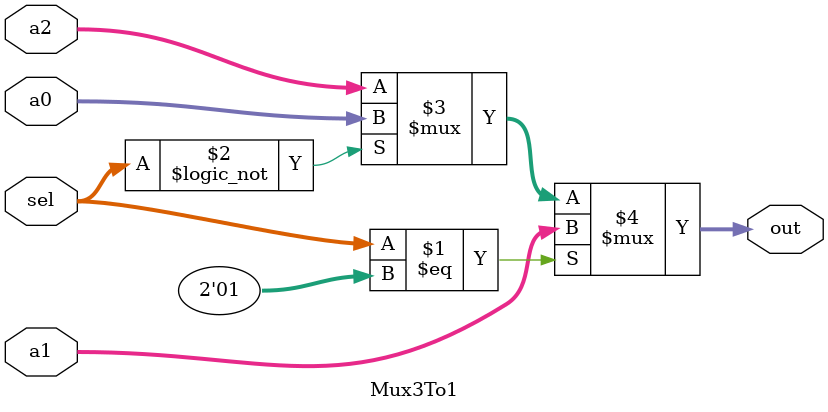
<source format=v>
module Mux3To1 (input[31:0] a0, a1 , a2,input[1:0] sel,output[31:0] out);

    assign out = (sel==2'b01) ? a1 : (sel==2'b00)? a0 : a2;
endmodule


</source>
